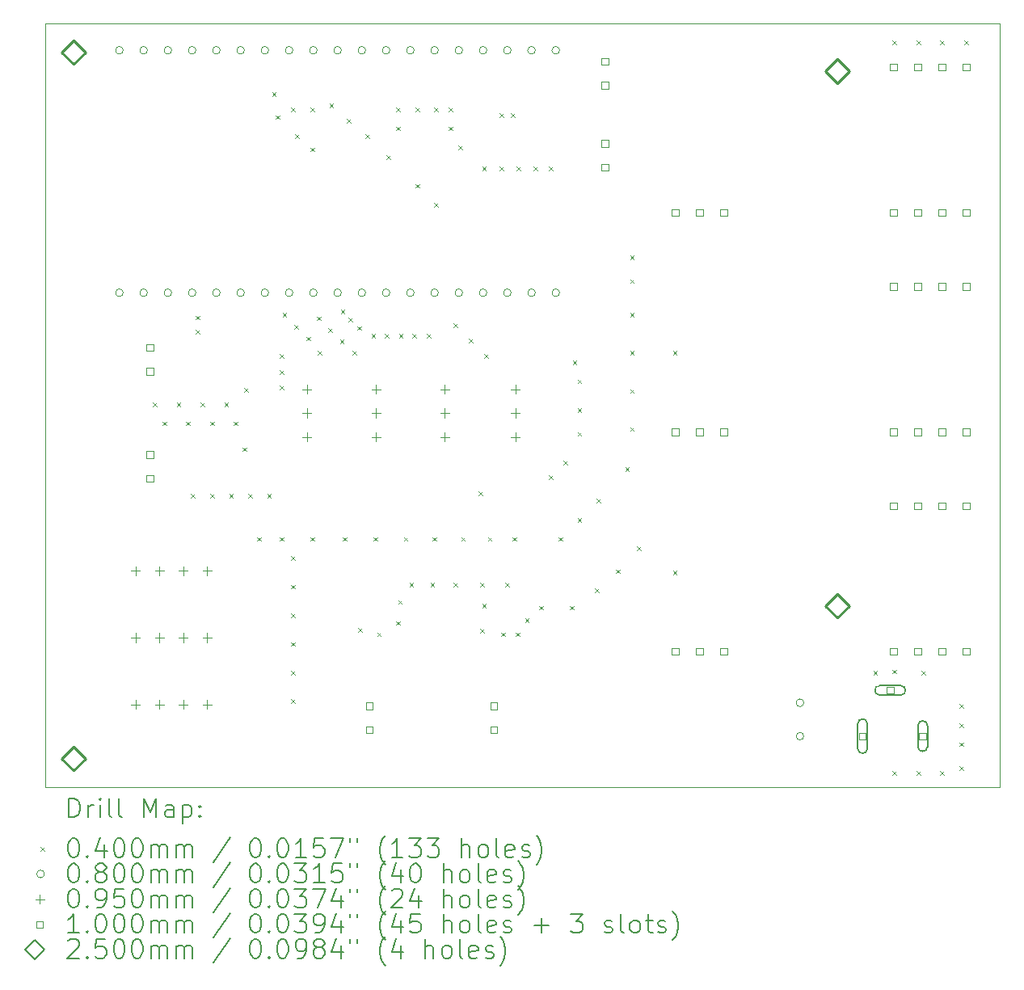
<source format=gbr>
%TF.GenerationSoftware,KiCad,Pcbnew,(6.0.8)*%
%TF.CreationDate,2023-01-08T14:39:54+01:00*%
%TF.ProjectId,MainPCB-Rev2,4d61696e-5043-4422-9d52-6576322e6b69,rev?*%
%TF.SameCoordinates,Original*%
%TF.FileFunction,Drillmap*%
%TF.FilePolarity,Positive*%
%FSLAX45Y45*%
G04 Gerber Fmt 4.5, Leading zero omitted, Abs format (unit mm)*
G04 Created by KiCad (PCBNEW (6.0.8)) date 2023-01-08 14:39:54*
%MOMM*%
%LPD*%
G01*
G04 APERTURE LIST*
%ADD10C,0.100000*%
%ADD11C,0.200000*%
%ADD12C,0.040000*%
%ADD13C,0.080000*%
%ADD14C,0.095000*%
%ADD15C,0.250000*%
G04 APERTURE END LIST*
D10*
X3000000Y-5000000D02*
X13000000Y-5000000D01*
X13000000Y-5000000D02*
X13000000Y-13000000D01*
X13000000Y-13000000D02*
X3000000Y-13000000D01*
X3000000Y-13000000D02*
X3000000Y-5000000D01*
D11*
D12*
X4130000Y-8970000D02*
X4170000Y-9010000D01*
X4170000Y-8970000D02*
X4130000Y-9010000D01*
X4230000Y-9170000D02*
X4270000Y-9210000D01*
X4270000Y-9170000D02*
X4230000Y-9210000D01*
X4380000Y-8970000D02*
X4420000Y-9010000D01*
X4420000Y-8970000D02*
X4380000Y-9010000D01*
X4480000Y-9170000D02*
X4520000Y-9210000D01*
X4520000Y-9170000D02*
X4480000Y-9210000D01*
X4530000Y-9930000D02*
X4570000Y-9970000D01*
X4570000Y-9930000D02*
X4530000Y-9970000D01*
X4580000Y-8060000D02*
X4620000Y-8100000D01*
X4620000Y-8060000D02*
X4580000Y-8100000D01*
X4580000Y-8210000D02*
X4620000Y-8250000D01*
X4620000Y-8210000D02*
X4580000Y-8250000D01*
X4630000Y-8970000D02*
X4670000Y-9010000D01*
X4670000Y-8970000D02*
X4630000Y-9010000D01*
X4730000Y-9170000D02*
X4770000Y-9210000D01*
X4770000Y-9170000D02*
X4730000Y-9210000D01*
X4730000Y-9930000D02*
X4770000Y-9970000D01*
X4770000Y-9930000D02*
X4730000Y-9970000D01*
X4880000Y-8970000D02*
X4920000Y-9010000D01*
X4920000Y-8970000D02*
X4880000Y-9010000D01*
X4930000Y-9930000D02*
X4970000Y-9970000D01*
X4970000Y-9930000D02*
X4930000Y-9970000D01*
X4980000Y-9170000D02*
X5020000Y-9210000D01*
X5020000Y-9170000D02*
X4980000Y-9210000D01*
X5070000Y-9440000D02*
X5110000Y-9480000D01*
X5110000Y-9440000D02*
X5070000Y-9480000D01*
X5090000Y-8820000D02*
X5130000Y-8860000D01*
X5130000Y-8820000D02*
X5090000Y-8860000D01*
X5130000Y-9930000D02*
X5170000Y-9970000D01*
X5170000Y-9930000D02*
X5130000Y-9970000D01*
X5220000Y-10380000D02*
X5260000Y-10420000D01*
X5260000Y-10380000D02*
X5220000Y-10420000D01*
X5330000Y-9930000D02*
X5370000Y-9970000D01*
X5370000Y-9930000D02*
X5330000Y-9970000D01*
X5380000Y-5720000D02*
X5420000Y-5760000D01*
X5420000Y-5720000D02*
X5380000Y-5760000D01*
X5420000Y-5960000D02*
X5460000Y-6000000D01*
X5460000Y-5960000D02*
X5420000Y-6000000D01*
X5460000Y-8460000D02*
X5500000Y-8500000D01*
X5500000Y-8460000D02*
X5460000Y-8500000D01*
X5460000Y-8630000D02*
X5500000Y-8670000D01*
X5500000Y-8630000D02*
X5460000Y-8670000D01*
X5460000Y-8790000D02*
X5500000Y-8830000D01*
X5500000Y-8790000D02*
X5460000Y-8830000D01*
X5460000Y-10380000D02*
X5500000Y-10420000D01*
X5500000Y-10380000D02*
X5460000Y-10420000D01*
X5490000Y-8030000D02*
X5530000Y-8070000D01*
X5530000Y-8030000D02*
X5490000Y-8070000D01*
X5580000Y-5880000D02*
X5620000Y-5920000D01*
X5620000Y-5880000D02*
X5580000Y-5920000D01*
X5580000Y-10580000D02*
X5620000Y-10620000D01*
X5620000Y-10580000D02*
X5580000Y-10620000D01*
X5580000Y-10880000D02*
X5620000Y-10920000D01*
X5620000Y-10880000D02*
X5580000Y-10920000D01*
X5580000Y-11180000D02*
X5620000Y-11220000D01*
X5620000Y-11180000D02*
X5580000Y-11220000D01*
X5580000Y-11480000D02*
X5620000Y-11520000D01*
X5620000Y-11480000D02*
X5580000Y-11520000D01*
X5580000Y-11780000D02*
X5620000Y-11820000D01*
X5620000Y-11780000D02*
X5580000Y-11820000D01*
X5580000Y-12080000D02*
X5620000Y-12120000D01*
X5620000Y-12080000D02*
X5580000Y-12120000D01*
X5610000Y-8160000D02*
X5650000Y-8200000D01*
X5650000Y-8160000D02*
X5610000Y-8200000D01*
X5620000Y-6160000D02*
X5660000Y-6200000D01*
X5660000Y-6160000D02*
X5620000Y-6200000D01*
X5740000Y-8280000D02*
X5780000Y-8320000D01*
X5780000Y-8280000D02*
X5740000Y-8320000D01*
X5780000Y-5880000D02*
X5820000Y-5920000D01*
X5820000Y-5880000D02*
X5780000Y-5920000D01*
X5780000Y-6300000D02*
X5820000Y-6340000D01*
X5820000Y-6300000D02*
X5780000Y-6340000D01*
X5780000Y-10380000D02*
X5820000Y-10420000D01*
X5820000Y-10380000D02*
X5780000Y-10420000D01*
X5850000Y-8070000D02*
X5890000Y-8110000D01*
X5890000Y-8070000D02*
X5850000Y-8110000D01*
X5860000Y-8430000D02*
X5900000Y-8470000D01*
X5900000Y-8430000D02*
X5860000Y-8470000D01*
X5970000Y-8190000D02*
X6010000Y-8230000D01*
X6010000Y-8190000D02*
X5970000Y-8230000D01*
X5980000Y-5840000D02*
X6020000Y-5880000D01*
X6020000Y-5840000D02*
X5980000Y-5880000D01*
X6090000Y-8310000D02*
X6130000Y-8350000D01*
X6130000Y-8310000D02*
X6090000Y-8350000D01*
X6100000Y-8000000D02*
X6140000Y-8040000D01*
X6140000Y-8000000D02*
X6100000Y-8040000D01*
X6120000Y-10380000D02*
X6160000Y-10420000D01*
X6160000Y-10380000D02*
X6120000Y-10420000D01*
X6160000Y-6000000D02*
X6200000Y-6040000D01*
X6200000Y-6000000D02*
X6160000Y-6040000D01*
X6180000Y-8080000D02*
X6220000Y-8120000D01*
X6220000Y-8080000D02*
X6180000Y-8120000D01*
X6220000Y-8430000D02*
X6260000Y-8470000D01*
X6260000Y-8430000D02*
X6220000Y-8470000D01*
X6270000Y-8170000D02*
X6310000Y-8210000D01*
X6310000Y-8170000D02*
X6270000Y-8210000D01*
X6280000Y-11330000D02*
X6320000Y-11370000D01*
X6320000Y-11330000D02*
X6280000Y-11370000D01*
X6360000Y-6160000D02*
X6400000Y-6200000D01*
X6400000Y-6160000D02*
X6360000Y-6200000D01*
X6420000Y-8250000D02*
X6460000Y-8290000D01*
X6460000Y-8250000D02*
X6420000Y-8290000D01*
X6440000Y-10380000D02*
X6480000Y-10420000D01*
X6480000Y-10380000D02*
X6440000Y-10420000D01*
X6480000Y-11380000D02*
X6520000Y-11420000D01*
X6520000Y-11380000D02*
X6480000Y-11420000D01*
X6560000Y-8250000D02*
X6600000Y-8290000D01*
X6600000Y-8250000D02*
X6560000Y-8290000D01*
X6580000Y-6380000D02*
X6620000Y-6420000D01*
X6620000Y-6380000D02*
X6580000Y-6420000D01*
X6680000Y-5880000D02*
X6720000Y-5920000D01*
X6720000Y-5880000D02*
X6680000Y-5920000D01*
X6680000Y-6080000D02*
X6720000Y-6120000D01*
X6720000Y-6080000D02*
X6680000Y-6120000D01*
X6680000Y-11260000D02*
X6720000Y-11300000D01*
X6720000Y-11260000D02*
X6680000Y-11300000D01*
X6700000Y-11040000D02*
X6740000Y-11080000D01*
X6740000Y-11040000D02*
X6700000Y-11080000D01*
X6710000Y-8250000D02*
X6750000Y-8290000D01*
X6750000Y-8250000D02*
X6710000Y-8290000D01*
X6760000Y-10380000D02*
X6800000Y-10420000D01*
X6800000Y-10380000D02*
X6760000Y-10420000D01*
X6820000Y-10860000D02*
X6860000Y-10900000D01*
X6860000Y-10860000D02*
X6820000Y-10900000D01*
X6850000Y-8250000D02*
X6890000Y-8290000D01*
X6890000Y-8250000D02*
X6850000Y-8290000D01*
X6880000Y-5880000D02*
X6920000Y-5920000D01*
X6920000Y-5880000D02*
X6880000Y-5920000D01*
X6880000Y-6680000D02*
X6920000Y-6720000D01*
X6920000Y-6680000D02*
X6880000Y-6720000D01*
X7000000Y-8250000D02*
X7040000Y-8290000D01*
X7040000Y-8250000D02*
X7000000Y-8290000D01*
X7040000Y-10860000D02*
X7080000Y-10900000D01*
X7080000Y-10860000D02*
X7040000Y-10900000D01*
X7060000Y-10380000D02*
X7100000Y-10420000D01*
X7100000Y-10380000D02*
X7060000Y-10420000D01*
X7080000Y-5880000D02*
X7120000Y-5920000D01*
X7120000Y-5880000D02*
X7080000Y-5920000D01*
X7080000Y-6880000D02*
X7120000Y-6920000D01*
X7120000Y-6880000D02*
X7080000Y-6920000D01*
X7230000Y-5880000D02*
X7270000Y-5920000D01*
X7270000Y-5880000D02*
X7230000Y-5920000D01*
X7230000Y-6080000D02*
X7270000Y-6120000D01*
X7270000Y-6080000D02*
X7230000Y-6120000D01*
X7280000Y-8140000D02*
X7320000Y-8180000D01*
X7320000Y-8140000D02*
X7280000Y-8180000D01*
X7280000Y-10860000D02*
X7320000Y-10900000D01*
X7320000Y-10860000D02*
X7280000Y-10900000D01*
X7330000Y-6280000D02*
X7370000Y-6320000D01*
X7370000Y-6280000D02*
X7330000Y-6320000D01*
X7360000Y-10380000D02*
X7400000Y-10420000D01*
X7400000Y-10380000D02*
X7360000Y-10420000D01*
X7440000Y-8300000D02*
X7480000Y-8340000D01*
X7480000Y-8300000D02*
X7440000Y-8340000D01*
X7540000Y-9900000D02*
X7580000Y-9940000D01*
X7580000Y-9900000D02*
X7540000Y-9940000D01*
X7560000Y-10860000D02*
X7600000Y-10900000D01*
X7600000Y-10860000D02*
X7560000Y-10900000D01*
X7560000Y-11340000D02*
X7600000Y-11380000D01*
X7600000Y-11340000D02*
X7560000Y-11380000D01*
X7580000Y-6500000D02*
X7620000Y-6540000D01*
X7620000Y-6500000D02*
X7580000Y-6540000D01*
X7580000Y-11080000D02*
X7620000Y-11120000D01*
X7620000Y-11080000D02*
X7580000Y-11120000D01*
X7600000Y-8460000D02*
X7640000Y-8500000D01*
X7640000Y-8460000D02*
X7600000Y-8500000D01*
X7640000Y-10380000D02*
X7680000Y-10420000D01*
X7680000Y-10380000D02*
X7640000Y-10420000D01*
X7760000Y-5940000D02*
X7800000Y-5980000D01*
X7800000Y-5940000D02*
X7760000Y-5980000D01*
X7760000Y-6500000D02*
X7800000Y-6540000D01*
X7800000Y-6500000D02*
X7760000Y-6540000D01*
X7780000Y-11380000D02*
X7820000Y-11420000D01*
X7820000Y-11380000D02*
X7780000Y-11420000D01*
X7820000Y-10860000D02*
X7860000Y-10900000D01*
X7860000Y-10860000D02*
X7820000Y-10900000D01*
X7880000Y-5940000D02*
X7920000Y-5980000D01*
X7920000Y-5940000D02*
X7880000Y-5980000D01*
X7900000Y-10380000D02*
X7940000Y-10420000D01*
X7940000Y-10380000D02*
X7900000Y-10420000D01*
X7930000Y-11380000D02*
X7970000Y-11420000D01*
X7970000Y-11380000D02*
X7930000Y-11420000D01*
X7940000Y-6500000D02*
X7980000Y-6540000D01*
X7980000Y-6500000D02*
X7940000Y-6540000D01*
X8030000Y-11230000D02*
X8070000Y-11270000D01*
X8070000Y-11230000D02*
X8030000Y-11270000D01*
X8120000Y-6500000D02*
X8160000Y-6540000D01*
X8160000Y-6500000D02*
X8120000Y-6540000D01*
X8180000Y-11100000D02*
X8220000Y-11140000D01*
X8220000Y-11100000D02*
X8180000Y-11140000D01*
X8280000Y-6500000D02*
X8320000Y-6540000D01*
X8320000Y-6500000D02*
X8280000Y-6540000D01*
X8280000Y-9730000D02*
X8320000Y-9770000D01*
X8320000Y-9730000D02*
X8280000Y-9770000D01*
X8380000Y-10380000D02*
X8420000Y-10420000D01*
X8420000Y-10380000D02*
X8380000Y-10420000D01*
X8430000Y-9580000D02*
X8470000Y-9620000D01*
X8470000Y-9580000D02*
X8430000Y-9620000D01*
X8500000Y-11100000D02*
X8540000Y-11140000D01*
X8540000Y-11100000D02*
X8500000Y-11140000D01*
X8530000Y-8530000D02*
X8570000Y-8570000D01*
X8570000Y-8530000D02*
X8530000Y-8570000D01*
X8580000Y-8730000D02*
X8620000Y-8770000D01*
X8620000Y-8730000D02*
X8580000Y-8770000D01*
X8580000Y-9030000D02*
X8620000Y-9070000D01*
X8620000Y-9030000D02*
X8580000Y-9070000D01*
X8580000Y-9280000D02*
X8620000Y-9320000D01*
X8620000Y-9280000D02*
X8580000Y-9320000D01*
X8580000Y-10180000D02*
X8620000Y-10220000D01*
X8620000Y-10180000D02*
X8580000Y-10220000D01*
X8760000Y-10920000D02*
X8800000Y-10960000D01*
X8800000Y-10920000D02*
X8760000Y-10960000D01*
X8780000Y-9980000D02*
X8820000Y-10020000D01*
X8820000Y-9980000D02*
X8780000Y-10020000D01*
X8980000Y-10720000D02*
X9020000Y-10760000D01*
X9020000Y-10720000D02*
X8980000Y-10760000D01*
X9080000Y-9650000D02*
X9120000Y-9690000D01*
X9120000Y-9650000D02*
X9080000Y-9690000D01*
X9130000Y-7430000D02*
X9170000Y-7470000D01*
X9170000Y-7430000D02*
X9130000Y-7470000D01*
X9130000Y-7680000D02*
X9170000Y-7720000D01*
X9170000Y-7680000D02*
X9130000Y-7720000D01*
X9130000Y-8030000D02*
X9170000Y-8070000D01*
X9170000Y-8030000D02*
X9130000Y-8070000D01*
X9130000Y-8430000D02*
X9170000Y-8470000D01*
X9170000Y-8430000D02*
X9130000Y-8470000D01*
X9130000Y-8830000D02*
X9170000Y-8870000D01*
X9170000Y-8830000D02*
X9130000Y-8870000D01*
X9130000Y-9230000D02*
X9170000Y-9270000D01*
X9170000Y-9230000D02*
X9130000Y-9270000D01*
X9200000Y-10480000D02*
X9240000Y-10520000D01*
X9240000Y-10480000D02*
X9200000Y-10520000D01*
X9580000Y-8430000D02*
X9620000Y-8470000D01*
X9620000Y-8430000D02*
X9580000Y-8470000D01*
X9580000Y-10730000D02*
X9620000Y-10770000D01*
X9620000Y-10730000D02*
X9580000Y-10770000D01*
X11680000Y-11780000D02*
X11720000Y-11820000D01*
X11720000Y-11780000D02*
X11680000Y-11820000D01*
X11880000Y-5180000D02*
X11920000Y-5220000D01*
X11920000Y-5180000D02*
X11880000Y-5220000D01*
X11880000Y-11770000D02*
X11920000Y-11810000D01*
X11920000Y-11770000D02*
X11880000Y-11810000D01*
X11880000Y-12830000D02*
X11920000Y-12870000D01*
X11920000Y-12830000D02*
X11880000Y-12870000D01*
X12130000Y-5180000D02*
X12170000Y-5220000D01*
X12170000Y-5180000D02*
X12130000Y-5220000D01*
X12130000Y-12830000D02*
X12170000Y-12870000D01*
X12170000Y-12830000D02*
X12130000Y-12870000D01*
X12180000Y-11780000D02*
X12220000Y-11820000D01*
X12220000Y-11780000D02*
X12180000Y-11820000D01*
X12380000Y-5180000D02*
X12420000Y-5220000D01*
X12420000Y-5180000D02*
X12380000Y-5220000D01*
X12380000Y-12830000D02*
X12420000Y-12870000D01*
X12420000Y-12830000D02*
X12380000Y-12870000D01*
X12580000Y-12130000D02*
X12620000Y-12170000D01*
X12620000Y-12130000D02*
X12580000Y-12170000D01*
X12580000Y-12330000D02*
X12620000Y-12370000D01*
X12620000Y-12330000D02*
X12580000Y-12370000D01*
X12580000Y-12530000D02*
X12620000Y-12570000D01*
X12620000Y-12530000D02*
X12580000Y-12570000D01*
X12580000Y-12780000D02*
X12620000Y-12820000D01*
X12620000Y-12780000D02*
X12580000Y-12820000D01*
X12630000Y-5180000D02*
X12670000Y-5220000D01*
X12670000Y-5180000D02*
X12630000Y-5220000D01*
D13*
X3819656Y-5280000D02*
G75*
G03*
X3819656Y-5280000I-40000J0D01*
G01*
X3819656Y-7820000D02*
G75*
G03*
X3819656Y-7820000I-40000J0D01*
G01*
X4073656Y-5280000D02*
G75*
G03*
X4073656Y-5280000I-40000J0D01*
G01*
X4073656Y-7820000D02*
G75*
G03*
X4073656Y-7820000I-40000J0D01*
G01*
X4327656Y-5280000D02*
G75*
G03*
X4327656Y-5280000I-40000J0D01*
G01*
X4327656Y-7820000D02*
G75*
G03*
X4327656Y-7820000I-40000J0D01*
G01*
X4581656Y-5280000D02*
G75*
G03*
X4581656Y-5280000I-40000J0D01*
G01*
X4581656Y-7820000D02*
G75*
G03*
X4581656Y-7820000I-40000J0D01*
G01*
X4835656Y-5280000D02*
G75*
G03*
X4835656Y-5280000I-40000J0D01*
G01*
X4835656Y-7820000D02*
G75*
G03*
X4835656Y-7820000I-40000J0D01*
G01*
X5089656Y-5280000D02*
G75*
G03*
X5089656Y-5280000I-40000J0D01*
G01*
X5089656Y-7820000D02*
G75*
G03*
X5089656Y-7820000I-40000J0D01*
G01*
X5343656Y-5280000D02*
G75*
G03*
X5343656Y-5280000I-40000J0D01*
G01*
X5343656Y-7820000D02*
G75*
G03*
X5343656Y-7820000I-40000J0D01*
G01*
X5597656Y-5280000D02*
G75*
G03*
X5597656Y-5280000I-40000J0D01*
G01*
X5597656Y-7820000D02*
G75*
G03*
X5597656Y-7820000I-40000J0D01*
G01*
X5851656Y-5280000D02*
G75*
G03*
X5851656Y-5280000I-40000J0D01*
G01*
X5851656Y-7820000D02*
G75*
G03*
X5851656Y-7820000I-40000J0D01*
G01*
X6105656Y-5280000D02*
G75*
G03*
X6105656Y-5280000I-40000J0D01*
G01*
X6105656Y-7820000D02*
G75*
G03*
X6105656Y-7820000I-40000J0D01*
G01*
X6359656Y-5280000D02*
G75*
G03*
X6359656Y-5280000I-40000J0D01*
G01*
X6359656Y-7820000D02*
G75*
G03*
X6359656Y-7820000I-40000J0D01*
G01*
X6613656Y-5280000D02*
G75*
G03*
X6613656Y-5280000I-40000J0D01*
G01*
X6613656Y-7820000D02*
G75*
G03*
X6613656Y-7820000I-40000J0D01*
G01*
X6867656Y-5280000D02*
G75*
G03*
X6867656Y-5280000I-40000J0D01*
G01*
X6867656Y-7820000D02*
G75*
G03*
X6867656Y-7820000I-40000J0D01*
G01*
X7121656Y-5280000D02*
G75*
G03*
X7121656Y-5280000I-40000J0D01*
G01*
X7121656Y-7820000D02*
G75*
G03*
X7121656Y-7820000I-40000J0D01*
G01*
X7375656Y-5280000D02*
G75*
G03*
X7375656Y-5280000I-40000J0D01*
G01*
X7375656Y-7820000D02*
G75*
G03*
X7375656Y-7820000I-40000J0D01*
G01*
X7629656Y-5280000D02*
G75*
G03*
X7629656Y-5280000I-40000J0D01*
G01*
X7629656Y-7820000D02*
G75*
G03*
X7629656Y-7820000I-40000J0D01*
G01*
X7883656Y-5280000D02*
G75*
G03*
X7883656Y-5280000I-40000J0D01*
G01*
X7883656Y-7820000D02*
G75*
G03*
X7883656Y-7820000I-40000J0D01*
G01*
X8137384Y-5280368D02*
G75*
G03*
X8137384Y-5280368I-40000J0D01*
G01*
X8137656Y-7820000D02*
G75*
G03*
X8137656Y-7820000I-40000J0D01*
G01*
X8391384Y-5280368D02*
G75*
G03*
X8391384Y-5280368I-40000J0D01*
G01*
X8391656Y-7820000D02*
G75*
G03*
X8391656Y-7820000I-40000J0D01*
G01*
X10950000Y-12115265D02*
G75*
G03*
X10950000Y-12115265I-40000J0D01*
G01*
X10950000Y-12465265D02*
G75*
G03*
X10950000Y-12465265I-40000J0D01*
G01*
D14*
X3950000Y-10685000D02*
X3950000Y-10780000D01*
X3902500Y-10732500D02*
X3997500Y-10732500D01*
X3950000Y-11385000D02*
X3950000Y-11480000D01*
X3902500Y-11432500D02*
X3997500Y-11432500D01*
X3950000Y-12085000D02*
X3950000Y-12180000D01*
X3902500Y-12132500D02*
X3997500Y-12132500D01*
X4200000Y-10685000D02*
X4200000Y-10780000D01*
X4152500Y-10732500D02*
X4247500Y-10732500D01*
X4200000Y-11385000D02*
X4200000Y-11480000D01*
X4152500Y-11432500D02*
X4247500Y-11432500D01*
X4200000Y-12085000D02*
X4200000Y-12180000D01*
X4152500Y-12132500D02*
X4247500Y-12132500D01*
X4450000Y-10685000D02*
X4450000Y-10780000D01*
X4402500Y-10732500D02*
X4497500Y-10732500D01*
X4450000Y-11385000D02*
X4450000Y-11480000D01*
X4402500Y-11432500D02*
X4497500Y-11432500D01*
X4450000Y-12085000D02*
X4450000Y-12180000D01*
X4402500Y-12132500D02*
X4497500Y-12132500D01*
X4700000Y-10685000D02*
X4700000Y-10780000D01*
X4652500Y-10732500D02*
X4747500Y-10732500D01*
X4700000Y-11385000D02*
X4700000Y-11480000D01*
X4652500Y-11432500D02*
X4747500Y-11432500D01*
X4700000Y-12085000D02*
X4700000Y-12180000D01*
X4652500Y-12132500D02*
X4747500Y-12132500D01*
X5745000Y-8782500D02*
X5745000Y-8877500D01*
X5697500Y-8830000D02*
X5792500Y-8830000D01*
X5745000Y-9032500D02*
X5745000Y-9127500D01*
X5697500Y-9080000D02*
X5792500Y-9080000D01*
X5745000Y-9282500D02*
X5745000Y-9377500D01*
X5697500Y-9330000D02*
X5792500Y-9330000D01*
X6467500Y-8782500D02*
X6467500Y-8877500D01*
X6420000Y-8830000D02*
X6515000Y-8830000D01*
X6467500Y-9032500D02*
X6467500Y-9127500D01*
X6420000Y-9080000D02*
X6515000Y-9080000D01*
X6467500Y-9282500D02*
X6467500Y-9377500D01*
X6420000Y-9330000D02*
X6515000Y-9330000D01*
X7187500Y-8782500D02*
X7187500Y-8877500D01*
X7140000Y-8830000D02*
X7235000Y-8830000D01*
X7187500Y-9032500D02*
X7187500Y-9127500D01*
X7140000Y-9080000D02*
X7235000Y-9080000D01*
X7187500Y-9282500D02*
X7187500Y-9377500D01*
X7140000Y-9330000D02*
X7235000Y-9330000D01*
X7927500Y-8782500D02*
X7927500Y-8877500D01*
X7880000Y-8830000D02*
X7975000Y-8830000D01*
X7927500Y-9032500D02*
X7927500Y-9127500D01*
X7880000Y-9080000D02*
X7975000Y-9080000D01*
X7927500Y-9282500D02*
X7927500Y-9377500D01*
X7880000Y-9330000D02*
X7975000Y-9330000D01*
D10*
X4135356Y-8430356D02*
X4135356Y-8359644D01*
X4064644Y-8359644D01*
X4064644Y-8430356D01*
X4135356Y-8430356D01*
X4135356Y-8680356D02*
X4135356Y-8609644D01*
X4064644Y-8609644D01*
X4064644Y-8680356D01*
X4135356Y-8680356D01*
X4135356Y-9550356D02*
X4135356Y-9479644D01*
X4064644Y-9479644D01*
X4064644Y-9550356D01*
X4135356Y-9550356D01*
X4135356Y-9800356D02*
X4135356Y-9729644D01*
X4064644Y-9729644D01*
X4064644Y-9800356D01*
X4135356Y-9800356D01*
X6435356Y-12185356D02*
X6435356Y-12114644D01*
X6364644Y-12114644D01*
X6364644Y-12185356D01*
X6435356Y-12185356D01*
X6435356Y-12435356D02*
X6435356Y-12364644D01*
X6364644Y-12364644D01*
X6364644Y-12435356D01*
X6435356Y-12435356D01*
X7735356Y-12185356D02*
X7735356Y-12114644D01*
X7664644Y-12114644D01*
X7664644Y-12185356D01*
X7735356Y-12185356D01*
X7735356Y-12435356D02*
X7735356Y-12364644D01*
X7664644Y-12364644D01*
X7664644Y-12435356D01*
X7735356Y-12435356D01*
X8902856Y-5430356D02*
X8902856Y-5359644D01*
X8832144Y-5359644D01*
X8832144Y-5430356D01*
X8902856Y-5430356D01*
X8902856Y-5680356D02*
X8902856Y-5609644D01*
X8832144Y-5609644D01*
X8832144Y-5680356D01*
X8902856Y-5680356D01*
X8902856Y-6290356D02*
X8902856Y-6219644D01*
X8832144Y-6219644D01*
X8832144Y-6290356D01*
X8902856Y-6290356D01*
X8902856Y-6540356D02*
X8902856Y-6469644D01*
X8832144Y-6469644D01*
X8832144Y-6540356D01*
X8902856Y-6540356D01*
X9639356Y-7013356D02*
X9639356Y-6942644D01*
X9568644Y-6942644D01*
X9568644Y-7013356D01*
X9639356Y-7013356D01*
X9639356Y-9313356D02*
X9639356Y-9242644D01*
X9568644Y-9242644D01*
X9568644Y-9313356D01*
X9639356Y-9313356D01*
X9639356Y-11613356D02*
X9639356Y-11542644D01*
X9568644Y-11542644D01*
X9568644Y-11613356D01*
X9639356Y-11613356D01*
X9893356Y-7013356D02*
X9893356Y-6942644D01*
X9822644Y-6942644D01*
X9822644Y-7013356D01*
X9893356Y-7013356D01*
X9893356Y-9313356D02*
X9893356Y-9242644D01*
X9822644Y-9242644D01*
X9822644Y-9313356D01*
X9893356Y-9313356D01*
X9893356Y-11613356D02*
X9893356Y-11542644D01*
X9822644Y-11542644D01*
X9822644Y-11613356D01*
X9893356Y-11613356D01*
X10147356Y-7013356D02*
X10147356Y-6942644D01*
X10076644Y-6942644D01*
X10076644Y-7013356D01*
X10147356Y-7013356D01*
X10147356Y-9313356D02*
X10147356Y-9242644D01*
X10076644Y-9242644D01*
X10076644Y-9313356D01*
X10147356Y-9313356D01*
X10147356Y-11613356D02*
X10147356Y-11542644D01*
X10076644Y-11542644D01*
X10076644Y-11613356D01*
X10147356Y-11613356D01*
X11600356Y-12500356D02*
X11600356Y-12429644D01*
X11529644Y-12429644D01*
X11529644Y-12500356D01*
X11600356Y-12500356D01*
D11*
X11615000Y-12595000D02*
X11615000Y-12335000D01*
X11515000Y-12595000D02*
X11515000Y-12335000D01*
X11615000Y-12335000D02*
G75*
G03*
X11515000Y-12335000I-50000J0D01*
G01*
X11515000Y-12595000D02*
G75*
G03*
X11615000Y-12595000I50000J0D01*
G01*
D10*
X11890356Y-12020356D02*
X11890356Y-11949644D01*
X11819644Y-11949644D01*
X11819644Y-12020356D01*
X11890356Y-12020356D01*
D11*
X11745000Y-12035000D02*
X11965000Y-12035000D01*
X11745000Y-11935000D02*
X11965000Y-11935000D01*
X11965000Y-12035000D02*
G75*
G03*
X11965000Y-11935000I0J50000D01*
G01*
X11745000Y-11935000D02*
G75*
G03*
X11745000Y-12035000I0J-50000D01*
G01*
D10*
X11925356Y-5489356D02*
X11925356Y-5418644D01*
X11854644Y-5418644D01*
X11854644Y-5489356D01*
X11925356Y-5489356D01*
X11925356Y-7013356D02*
X11925356Y-6942644D01*
X11854644Y-6942644D01*
X11854644Y-7013356D01*
X11925356Y-7013356D01*
X11925356Y-7789356D02*
X11925356Y-7718644D01*
X11854644Y-7718644D01*
X11854644Y-7789356D01*
X11925356Y-7789356D01*
X11925356Y-9313356D02*
X11925356Y-9242644D01*
X11854644Y-9242644D01*
X11854644Y-9313356D01*
X11925356Y-9313356D01*
X11925356Y-10089356D02*
X11925356Y-10018644D01*
X11854644Y-10018644D01*
X11854644Y-10089356D01*
X11925356Y-10089356D01*
X11925356Y-11613356D02*
X11925356Y-11542644D01*
X11854644Y-11542644D01*
X11854644Y-11613356D01*
X11925356Y-11613356D01*
X12179356Y-5489356D02*
X12179356Y-5418644D01*
X12108644Y-5418644D01*
X12108644Y-5489356D01*
X12179356Y-5489356D01*
X12179356Y-7013356D02*
X12179356Y-6942644D01*
X12108644Y-6942644D01*
X12108644Y-7013356D01*
X12179356Y-7013356D01*
X12179356Y-7789356D02*
X12179356Y-7718644D01*
X12108644Y-7718644D01*
X12108644Y-7789356D01*
X12179356Y-7789356D01*
X12179356Y-9313356D02*
X12179356Y-9242644D01*
X12108644Y-9242644D01*
X12108644Y-9313356D01*
X12179356Y-9313356D01*
X12179356Y-10089356D02*
X12179356Y-10018644D01*
X12108644Y-10018644D01*
X12108644Y-10089356D01*
X12179356Y-10089356D01*
X12179356Y-11613356D02*
X12179356Y-11542644D01*
X12108644Y-11542644D01*
X12108644Y-11613356D01*
X12179356Y-11613356D01*
X12230356Y-12500356D02*
X12230356Y-12429644D01*
X12159644Y-12429644D01*
X12159644Y-12500356D01*
X12230356Y-12500356D01*
D11*
X12245000Y-12575000D02*
X12245000Y-12355000D01*
X12145000Y-12575000D02*
X12145000Y-12355000D01*
X12245000Y-12355000D02*
G75*
G03*
X12145000Y-12355000I-50000J0D01*
G01*
X12145000Y-12575000D02*
G75*
G03*
X12245000Y-12575000I50000J0D01*
G01*
D10*
X12433356Y-5489356D02*
X12433356Y-5418644D01*
X12362644Y-5418644D01*
X12362644Y-5489356D01*
X12433356Y-5489356D01*
X12433356Y-7013356D02*
X12433356Y-6942644D01*
X12362644Y-6942644D01*
X12362644Y-7013356D01*
X12433356Y-7013356D01*
X12433356Y-7789356D02*
X12433356Y-7718644D01*
X12362644Y-7718644D01*
X12362644Y-7789356D01*
X12433356Y-7789356D01*
X12433356Y-9313356D02*
X12433356Y-9242644D01*
X12362644Y-9242644D01*
X12362644Y-9313356D01*
X12433356Y-9313356D01*
X12433356Y-10089356D02*
X12433356Y-10018644D01*
X12362644Y-10018644D01*
X12362644Y-10089356D01*
X12433356Y-10089356D01*
X12433356Y-11613356D02*
X12433356Y-11542644D01*
X12362644Y-11542644D01*
X12362644Y-11613356D01*
X12433356Y-11613356D01*
X12687356Y-5489356D02*
X12687356Y-5418644D01*
X12616644Y-5418644D01*
X12616644Y-5489356D01*
X12687356Y-5489356D01*
X12687356Y-7013356D02*
X12687356Y-6942644D01*
X12616644Y-6942644D01*
X12616644Y-7013356D01*
X12687356Y-7013356D01*
X12687356Y-7789356D02*
X12687356Y-7718644D01*
X12616644Y-7718644D01*
X12616644Y-7789356D01*
X12687356Y-7789356D01*
X12687356Y-9313356D02*
X12687356Y-9242644D01*
X12616644Y-9242644D01*
X12616644Y-9313356D01*
X12687356Y-9313356D01*
X12687356Y-10089356D02*
X12687356Y-10018644D01*
X12616644Y-10018644D01*
X12616644Y-10089356D01*
X12687356Y-10089356D01*
X12687356Y-11613356D02*
X12687356Y-11542644D01*
X12616644Y-11542644D01*
X12616644Y-11613356D01*
X12687356Y-11613356D01*
D15*
X3300000Y-5425000D02*
X3425000Y-5300000D01*
X3300000Y-5175000D01*
X3175000Y-5300000D01*
X3300000Y-5425000D01*
X3300000Y-12825000D02*
X3425000Y-12700000D01*
X3300000Y-12575000D01*
X3175000Y-12700000D01*
X3300000Y-12825000D01*
X11300000Y-5625000D02*
X11425000Y-5500000D01*
X11300000Y-5375000D01*
X11175000Y-5500000D01*
X11300000Y-5625000D01*
X11300000Y-11225000D02*
X11425000Y-11100000D01*
X11300000Y-10975000D01*
X11175000Y-11100000D01*
X11300000Y-11225000D01*
D11*
X3252619Y-13315476D02*
X3252619Y-13115476D01*
X3300238Y-13115476D01*
X3328809Y-13125000D01*
X3347857Y-13144048D01*
X3357381Y-13163095D01*
X3366905Y-13201190D01*
X3366905Y-13229762D01*
X3357381Y-13267857D01*
X3347857Y-13286905D01*
X3328809Y-13305952D01*
X3300238Y-13315476D01*
X3252619Y-13315476D01*
X3452619Y-13315476D02*
X3452619Y-13182143D01*
X3452619Y-13220238D02*
X3462143Y-13201190D01*
X3471667Y-13191667D01*
X3490714Y-13182143D01*
X3509762Y-13182143D01*
X3576428Y-13315476D02*
X3576428Y-13182143D01*
X3576428Y-13115476D02*
X3566905Y-13125000D01*
X3576428Y-13134524D01*
X3585952Y-13125000D01*
X3576428Y-13115476D01*
X3576428Y-13134524D01*
X3700238Y-13315476D02*
X3681190Y-13305952D01*
X3671667Y-13286905D01*
X3671667Y-13115476D01*
X3805000Y-13315476D02*
X3785952Y-13305952D01*
X3776428Y-13286905D01*
X3776428Y-13115476D01*
X4033571Y-13315476D02*
X4033571Y-13115476D01*
X4100238Y-13258333D01*
X4166905Y-13115476D01*
X4166905Y-13315476D01*
X4347857Y-13315476D02*
X4347857Y-13210714D01*
X4338333Y-13191667D01*
X4319286Y-13182143D01*
X4281190Y-13182143D01*
X4262143Y-13191667D01*
X4347857Y-13305952D02*
X4328810Y-13315476D01*
X4281190Y-13315476D01*
X4262143Y-13305952D01*
X4252619Y-13286905D01*
X4252619Y-13267857D01*
X4262143Y-13248809D01*
X4281190Y-13239286D01*
X4328810Y-13239286D01*
X4347857Y-13229762D01*
X4443095Y-13182143D02*
X4443095Y-13382143D01*
X4443095Y-13191667D02*
X4462143Y-13182143D01*
X4500238Y-13182143D01*
X4519286Y-13191667D01*
X4528810Y-13201190D01*
X4538333Y-13220238D01*
X4538333Y-13277381D01*
X4528810Y-13296428D01*
X4519286Y-13305952D01*
X4500238Y-13315476D01*
X4462143Y-13315476D01*
X4443095Y-13305952D01*
X4624048Y-13296428D02*
X4633571Y-13305952D01*
X4624048Y-13315476D01*
X4614524Y-13305952D01*
X4624048Y-13296428D01*
X4624048Y-13315476D01*
X4624048Y-13191667D02*
X4633571Y-13201190D01*
X4624048Y-13210714D01*
X4614524Y-13201190D01*
X4624048Y-13191667D01*
X4624048Y-13210714D01*
D12*
X2955000Y-13625000D02*
X2995000Y-13665000D01*
X2995000Y-13625000D02*
X2955000Y-13665000D01*
D11*
X3290714Y-13535476D02*
X3309762Y-13535476D01*
X3328809Y-13545000D01*
X3338333Y-13554524D01*
X3347857Y-13573571D01*
X3357381Y-13611667D01*
X3357381Y-13659286D01*
X3347857Y-13697381D01*
X3338333Y-13716428D01*
X3328809Y-13725952D01*
X3309762Y-13735476D01*
X3290714Y-13735476D01*
X3271667Y-13725952D01*
X3262143Y-13716428D01*
X3252619Y-13697381D01*
X3243095Y-13659286D01*
X3243095Y-13611667D01*
X3252619Y-13573571D01*
X3262143Y-13554524D01*
X3271667Y-13545000D01*
X3290714Y-13535476D01*
X3443095Y-13716428D02*
X3452619Y-13725952D01*
X3443095Y-13735476D01*
X3433571Y-13725952D01*
X3443095Y-13716428D01*
X3443095Y-13735476D01*
X3624048Y-13602143D02*
X3624048Y-13735476D01*
X3576428Y-13525952D02*
X3528809Y-13668809D01*
X3652619Y-13668809D01*
X3766905Y-13535476D02*
X3785952Y-13535476D01*
X3805000Y-13545000D01*
X3814524Y-13554524D01*
X3824048Y-13573571D01*
X3833571Y-13611667D01*
X3833571Y-13659286D01*
X3824048Y-13697381D01*
X3814524Y-13716428D01*
X3805000Y-13725952D01*
X3785952Y-13735476D01*
X3766905Y-13735476D01*
X3747857Y-13725952D01*
X3738333Y-13716428D01*
X3728809Y-13697381D01*
X3719286Y-13659286D01*
X3719286Y-13611667D01*
X3728809Y-13573571D01*
X3738333Y-13554524D01*
X3747857Y-13545000D01*
X3766905Y-13535476D01*
X3957381Y-13535476D02*
X3976428Y-13535476D01*
X3995476Y-13545000D01*
X4005000Y-13554524D01*
X4014524Y-13573571D01*
X4024048Y-13611667D01*
X4024048Y-13659286D01*
X4014524Y-13697381D01*
X4005000Y-13716428D01*
X3995476Y-13725952D01*
X3976428Y-13735476D01*
X3957381Y-13735476D01*
X3938333Y-13725952D01*
X3928809Y-13716428D01*
X3919286Y-13697381D01*
X3909762Y-13659286D01*
X3909762Y-13611667D01*
X3919286Y-13573571D01*
X3928809Y-13554524D01*
X3938333Y-13545000D01*
X3957381Y-13535476D01*
X4109762Y-13735476D02*
X4109762Y-13602143D01*
X4109762Y-13621190D02*
X4119286Y-13611667D01*
X4138333Y-13602143D01*
X4166905Y-13602143D01*
X4185952Y-13611667D01*
X4195476Y-13630714D01*
X4195476Y-13735476D01*
X4195476Y-13630714D02*
X4205000Y-13611667D01*
X4224048Y-13602143D01*
X4252619Y-13602143D01*
X4271667Y-13611667D01*
X4281190Y-13630714D01*
X4281190Y-13735476D01*
X4376429Y-13735476D02*
X4376429Y-13602143D01*
X4376429Y-13621190D02*
X4385952Y-13611667D01*
X4405000Y-13602143D01*
X4433571Y-13602143D01*
X4452619Y-13611667D01*
X4462143Y-13630714D01*
X4462143Y-13735476D01*
X4462143Y-13630714D02*
X4471667Y-13611667D01*
X4490714Y-13602143D01*
X4519286Y-13602143D01*
X4538333Y-13611667D01*
X4547857Y-13630714D01*
X4547857Y-13735476D01*
X4938333Y-13525952D02*
X4766905Y-13783095D01*
X5195476Y-13535476D02*
X5214524Y-13535476D01*
X5233571Y-13545000D01*
X5243095Y-13554524D01*
X5252619Y-13573571D01*
X5262143Y-13611667D01*
X5262143Y-13659286D01*
X5252619Y-13697381D01*
X5243095Y-13716428D01*
X5233571Y-13725952D01*
X5214524Y-13735476D01*
X5195476Y-13735476D01*
X5176429Y-13725952D01*
X5166905Y-13716428D01*
X5157381Y-13697381D01*
X5147857Y-13659286D01*
X5147857Y-13611667D01*
X5157381Y-13573571D01*
X5166905Y-13554524D01*
X5176429Y-13545000D01*
X5195476Y-13535476D01*
X5347857Y-13716428D02*
X5357381Y-13725952D01*
X5347857Y-13735476D01*
X5338333Y-13725952D01*
X5347857Y-13716428D01*
X5347857Y-13735476D01*
X5481190Y-13535476D02*
X5500238Y-13535476D01*
X5519286Y-13545000D01*
X5528810Y-13554524D01*
X5538333Y-13573571D01*
X5547857Y-13611667D01*
X5547857Y-13659286D01*
X5538333Y-13697381D01*
X5528810Y-13716428D01*
X5519286Y-13725952D01*
X5500238Y-13735476D01*
X5481190Y-13735476D01*
X5462143Y-13725952D01*
X5452619Y-13716428D01*
X5443095Y-13697381D01*
X5433571Y-13659286D01*
X5433571Y-13611667D01*
X5443095Y-13573571D01*
X5452619Y-13554524D01*
X5462143Y-13545000D01*
X5481190Y-13535476D01*
X5738333Y-13735476D02*
X5624048Y-13735476D01*
X5681190Y-13735476D02*
X5681190Y-13535476D01*
X5662143Y-13564048D01*
X5643095Y-13583095D01*
X5624048Y-13592619D01*
X5919286Y-13535476D02*
X5824048Y-13535476D01*
X5814524Y-13630714D01*
X5824048Y-13621190D01*
X5843095Y-13611667D01*
X5890714Y-13611667D01*
X5909762Y-13621190D01*
X5919286Y-13630714D01*
X5928809Y-13649762D01*
X5928809Y-13697381D01*
X5919286Y-13716428D01*
X5909762Y-13725952D01*
X5890714Y-13735476D01*
X5843095Y-13735476D01*
X5824048Y-13725952D01*
X5814524Y-13716428D01*
X5995476Y-13535476D02*
X6128809Y-13535476D01*
X6043095Y-13735476D01*
X6195476Y-13535476D02*
X6195476Y-13573571D01*
X6271667Y-13535476D02*
X6271667Y-13573571D01*
X6566905Y-13811667D02*
X6557381Y-13802143D01*
X6538333Y-13773571D01*
X6528809Y-13754524D01*
X6519286Y-13725952D01*
X6509762Y-13678333D01*
X6509762Y-13640238D01*
X6519286Y-13592619D01*
X6528809Y-13564048D01*
X6538333Y-13545000D01*
X6557381Y-13516428D01*
X6566905Y-13506905D01*
X6747857Y-13735476D02*
X6633571Y-13735476D01*
X6690714Y-13735476D02*
X6690714Y-13535476D01*
X6671667Y-13564048D01*
X6652619Y-13583095D01*
X6633571Y-13592619D01*
X6814524Y-13535476D02*
X6938333Y-13535476D01*
X6871667Y-13611667D01*
X6900238Y-13611667D01*
X6919286Y-13621190D01*
X6928809Y-13630714D01*
X6938333Y-13649762D01*
X6938333Y-13697381D01*
X6928809Y-13716428D01*
X6919286Y-13725952D01*
X6900238Y-13735476D01*
X6843095Y-13735476D01*
X6824048Y-13725952D01*
X6814524Y-13716428D01*
X7005000Y-13535476D02*
X7128809Y-13535476D01*
X7062143Y-13611667D01*
X7090714Y-13611667D01*
X7109762Y-13621190D01*
X7119286Y-13630714D01*
X7128809Y-13649762D01*
X7128809Y-13697381D01*
X7119286Y-13716428D01*
X7109762Y-13725952D01*
X7090714Y-13735476D01*
X7033571Y-13735476D01*
X7014524Y-13725952D01*
X7005000Y-13716428D01*
X7366905Y-13735476D02*
X7366905Y-13535476D01*
X7452619Y-13735476D02*
X7452619Y-13630714D01*
X7443095Y-13611667D01*
X7424048Y-13602143D01*
X7395476Y-13602143D01*
X7376428Y-13611667D01*
X7366905Y-13621190D01*
X7576428Y-13735476D02*
X7557381Y-13725952D01*
X7547857Y-13716428D01*
X7538333Y-13697381D01*
X7538333Y-13640238D01*
X7547857Y-13621190D01*
X7557381Y-13611667D01*
X7576428Y-13602143D01*
X7605000Y-13602143D01*
X7624048Y-13611667D01*
X7633571Y-13621190D01*
X7643095Y-13640238D01*
X7643095Y-13697381D01*
X7633571Y-13716428D01*
X7624048Y-13725952D01*
X7605000Y-13735476D01*
X7576428Y-13735476D01*
X7757381Y-13735476D02*
X7738333Y-13725952D01*
X7728809Y-13706905D01*
X7728809Y-13535476D01*
X7909762Y-13725952D02*
X7890714Y-13735476D01*
X7852619Y-13735476D01*
X7833571Y-13725952D01*
X7824048Y-13706905D01*
X7824048Y-13630714D01*
X7833571Y-13611667D01*
X7852619Y-13602143D01*
X7890714Y-13602143D01*
X7909762Y-13611667D01*
X7919286Y-13630714D01*
X7919286Y-13649762D01*
X7824048Y-13668809D01*
X7995476Y-13725952D02*
X8014524Y-13735476D01*
X8052619Y-13735476D01*
X8071667Y-13725952D01*
X8081190Y-13706905D01*
X8081190Y-13697381D01*
X8071667Y-13678333D01*
X8052619Y-13668809D01*
X8024048Y-13668809D01*
X8005000Y-13659286D01*
X7995476Y-13640238D01*
X7995476Y-13630714D01*
X8005000Y-13611667D01*
X8024048Y-13602143D01*
X8052619Y-13602143D01*
X8071667Y-13611667D01*
X8147857Y-13811667D02*
X8157381Y-13802143D01*
X8176428Y-13773571D01*
X8185952Y-13754524D01*
X8195476Y-13725952D01*
X8205000Y-13678333D01*
X8205000Y-13640238D01*
X8195476Y-13592619D01*
X8185952Y-13564048D01*
X8176428Y-13545000D01*
X8157381Y-13516428D01*
X8147857Y-13506905D01*
D13*
X2995000Y-13909000D02*
G75*
G03*
X2995000Y-13909000I-40000J0D01*
G01*
D11*
X3290714Y-13799476D02*
X3309762Y-13799476D01*
X3328809Y-13809000D01*
X3338333Y-13818524D01*
X3347857Y-13837571D01*
X3357381Y-13875667D01*
X3357381Y-13923286D01*
X3347857Y-13961381D01*
X3338333Y-13980428D01*
X3328809Y-13989952D01*
X3309762Y-13999476D01*
X3290714Y-13999476D01*
X3271667Y-13989952D01*
X3262143Y-13980428D01*
X3252619Y-13961381D01*
X3243095Y-13923286D01*
X3243095Y-13875667D01*
X3252619Y-13837571D01*
X3262143Y-13818524D01*
X3271667Y-13809000D01*
X3290714Y-13799476D01*
X3443095Y-13980428D02*
X3452619Y-13989952D01*
X3443095Y-13999476D01*
X3433571Y-13989952D01*
X3443095Y-13980428D01*
X3443095Y-13999476D01*
X3566905Y-13885190D02*
X3547857Y-13875667D01*
X3538333Y-13866143D01*
X3528809Y-13847095D01*
X3528809Y-13837571D01*
X3538333Y-13818524D01*
X3547857Y-13809000D01*
X3566905Y-13799476D01*
X3605000Y-13799476D01*
X3624048Y-13809000D01*
X3633571Y-13818524D01*
X3643095Y-13837571D01*
X3643095Y-13847095D01*
X3633571Y-13866143D01*
X3624048Y-13875667D01*
X3605000Y-13885190D01*
X3566905Y-13885190D01*
X3547857Y-13894714D01*
X3538333Y-13904238D01*
X3528809Y-13923286D01*
X3528809Y-13961381D01*
X3538333Y-13980428D01*
X3547857Y-13989952D01*
X3566905Y-13999476D01*
X3605000Y-13999476D01*
X3624048Y-13989952D01*
X3633571Y-13980428D01*
X3643095Y-13961381D01*
X3643095Y-13923286D01*
X3633571Y-13904238D01*
X3624048Y-13894714D01*
X3605000Y-13885190D01*
X3766905Y-13799476D02*
X3785952Y-13799476D01*
X3805000Y-13809000D01*
X3814524Y-13818524D01*
X3824048Y-13837571D01*
X3833571Y-13875667D01*
X3833571Y-13923286D01*
X3824048Y-13961381D01*
X3814524Y-13980428D01*
X3805000Y-13989952D01*
X3785952Y-13999476D01*
X3766905Y-13999476D01*
X3747857Y-13989952D01*
X3738333Y-13980428D01*
X3728809Y-13961381D01*
X3719286Y-13923286D01*
X3719286Y-13875667D01*
X3728809Y-13837571D01*
X3738333Y-13818524D01*
X3747857Y-13809000D01*
X3766905Y-13799476D01*
X3957381Y-13799476D02*
X3976428Y-13799476D01*
X3995476Y-13809000D01*
X4005000Y-13818524D01*
X4014524Y-13837571D01*
X4024048Y-13875667D01*
X4024048Y-13923286D01*
X4014524Y-13961381D01*
X4005000Y-13980428D01*
X3995476Y-13989952D01*
X3976428Y-13999476D01*
X3957381Y-13999476D01*
X3938333Y-13989952D01*
X3928809Y-13980428D01*
X3919286Y-13961381D01*
X3909762Y-13923286D01*
X3909762Y-13875667D01*
X3919286Y-13837571D01*
X3928809Y-13818524D01*
X3938333Y-13809000D01*
X3957381Y-13799476D01*
X4109762Y-13999476D02*
X4109762Y-13866143D01*
X4109762Y-13885190D02*
X4119286Y-13875667D01*
X4138333Y-13866143D01*
X4166905Y-13866143D01*
X4185952Y-13875667D01*
X4195476Y-13894714D01*
X4195476Y-13999476D01*
X4195476Y-13894714D02*
X4205000Y-13875667D01*
X4224048Y-13866143D01*
X4252619Y-13866143D01*
X4271667Y-13875667D01*
X4281190Y-13894714D01*
X4281190Y-13999476D01*
X4376429Y-13999476D02*
X4376429Y-13866143D01*
X4376429Y-13885190D02*
X4385952Y-13875667D01*
X4405000Y-13866143D01*
X4433571Y-13866143D01*
X4452619Y-13875667D01*
X4462143Y-13894714D01*
X4462143Y-13999476D01*
X4462143Y-13894714D02*
X4471667Y-13875667D01*
X4490714Y-13866143D01*
X4519286Y-13866143D01*
X4538333Y-13875667D01*
X4547857Y-13894714D01*
X4547857Y-13999476D01*
X4938333Y-13789952D02*
X4766905Y-14047095D01*
X5195476Y-13799476D02*
X5214524Y-13799476D01*
X5233571Y-13809000D01*
X5243095Y-13818524D01*
X5252619Y-13837571D01*
X5262143Y-13875667D01*
X5262143Y-13923286D01*
X5252619Y-13961381D01*
X5243095Y-13980428D01*
X5233571Y-13989952D01*
X5214524Y-13999476D01*
X5195476Y-13999476D01*
X5176429Y-13989952D01*
X5166905Y-13980428D01*
X5157381Y-13961381D01*
X5147857Y-13923286D01*
X5147857Y-13875667D01*
X5157381Y-13837571D01*
X5166905Y-13818524D01*
X5176429Y-13809000D01*
X5195476Y-13799476D01*
X5347857Y-13980428D02*
X5357381Y-13989952D01*
X5347857Y-13999476D01*
X5338333Y-13989952D01*
X5347857Y-13980428D01*
X5347857Y-13999476D01*
X5481190Y-13799476D02*
X5500238Y-13799476D01*
X5519286Y-13809000D01*
X5528810Y-13818524D01*
X5538333Y-13837571D01*
X5547857Y-13875667D01*
X5547857Y-13923286D01*
X5538333Y-13961381D01*
X5528810Y-13980428D01*
X5519286Y-13989952D01*
X5500238Y-13999476D01*
X5481190Y-13999476D01*
X5462143Y-13989952D01*
X5452619Y-13980428D01*
X5443095Y-13961381D01*
X5433571Y-13923286D01*
X5433571Y-13875667D01*
X5443095Y-13837571D01*
X5452619Y-13818524D01*
X5462143Y-13809000D01*
X5481190Y-13799476D01*
X5614524Y-13799476D02*
X5738333Y-13799476D01*
X5671667Y-13875667D01*
X5700238Y-13875667D01*
X5719286Y-13885190D01*
X5728809Y-13894714D01*
X5738333Y-13913762D01*
X5738333Y-13961381D01*
X5728809Y-13980428D01*
X5719286Y-13989952D01*
X5700238Y-13999476D01*
X5643095Y-13999476D01*
X5624048Y-13989952D01*
X5614524Y-13980428D01*
X5928809Y-13999476D02*
X5814524Y-13999476D01*
X5871667Y-13999476D02*
X5871667Y-13799476D01*
X5852619Y-13828048D01*
X5833571Y-13847095D01*
X5814524Y-13856619D01*
X6109762Y-13799476D02*
X6014524Y-13799476D01*
X6005000Y-13894714D01*
X6014524Y-13885190D01*
X6033571Y-13875667D01*
X6081190Y-13875667D01*
X6100238Y-13885190D01*
X6109762Y-13894714D01*
X6119286Y-13913762D01*
X6119286Y-13961381D01*
X6109762Y-13980428D01*
X6100238Y-13989952D01*
X6081190Y-13999476D01*
X6033571Y-13999476D01*
X6014524Y-13989952D01*
X6005000Y-13980428D01*
X6195476Y-13799476D02*
X6195476Y-13837571D01*
X6271667Y-13799476D02*
X6271667Y-13837571D01*
X6566905Y-14075667D02*
X6557381Y-14066143D01*
X6538333Y-14037571D01*
X6528809Y-14018524D01*
X6519286Y-13989952D01*
X6509762Y-13942333D01*
X6509762Y-13904238D01*
X6519286Y-13856619D01*
X6528809Y-13828048D01*
X6538333Y-13809000D01*
X6557381Y-13780428D01*
X6566905Y-13770905D01*
X6728809Y-13866143D02*
X6728809Y-13999476D01*
X6681190Y-13789952D02*
X6633571Y-13932809D01*
X6757381Y-13932809D01*
X6871667Y-13799476D02*
X6890714Y-13799476D01*
X6909762Y-13809000D01*
X6919286Y-13818524D01*
X6928809Y-13837571D01*
X6938333Y-13875667D01*
X6938333Y-13923286D01*
X6928809Y-13961381D01*
X6919286Y-13980428D01*
X6909762Y-13989952D01*
X6890714Y-13999476D01*
X6871667Y-13999476D01*
X6852619Y-13989952D01*
X6843095Y-13980428D01*
X6833571Y-13961381D01*
X6824048Y-13923286D01*
X6824048Y-13875667D01*
X6833571Y-13837571D01*
X6843095Y-13818524D01*
X6852619Y-13809000D01*
X6871667Y-13799476D01*
X7176428Y-13999476D02*
X7176428Y-13799476D01*
X7262143Y-13999476D02*
X7262143Y-13894714D01*
X7252619Y-13875667D01*
X7233571Y-13866143D01*
X7205000Y-13866143D01*
X7185952Y-13875667D01*
X7176428Y-13885190D01*
X7385952Y-13999476D02*
X7366905Y-13989952D01*
X7357381Y-13980428D01*
X7347857Y-13961381D01*
X7347857Y-13904238D01*
X7357381Y-13885190D01*
X7366905Y-13875667D01*
X7385952Y-13866143D01*
X7414524Y-13866143D01*
X7433571Y-13875667D01*
X7443095Y-13885190D01*
X7452619Y-13904238D01*
X7452619Y-13961381D01*
X7443095Y-13980428D01*
X7433571Y-13989952D01*
X7414524Y-13999476D01*
X7385952Y-13999476D01*
X7566905Y-13999476D02*
X7547857Y-13989952D01*
X7538333Y-13970905D01*
X7538333Y-13799476D01*
X7719286Y-13989952D02*
X7700238Y-13999476D01*
X7662143Y-13999476D01*
X7643095Y-13989952D01*
X7633571Y-13970905D01*
X7633571Y-13894714D01*
X7643095Y-13875667D01*
X7662143Y-13866143D01*
X7700238Y-13866143D01*
X7719286Y-13875667D01*
X7728809Y-13894714D01*
X7728809Y-13913762D01*
X7633571Y-13932809D01*
X7805000Y-13989952D02*
X7824048Y-13999476D01*
X7862143Y-13999476D01*
X7881190Y-13989952D01*
X7890714Y-13970905D01*
X7890714Y-13961381D01*
X7881190Y-13942333D01*
X7862143Y-13932809D01*
X7833571Y-13932809D01*
X7814524Y-13923286D01*
X7805000Y-13904238D01*
X7805000Y-13894714D01*
X7814524Y-13875667D01*
X7833571Y-13866143D01*
X7862143Y-13866143D01*
X7881190Y-13875667D01*
X7957381Y-14075667D02*
X7966905Y-14066143D01*
X7985952Y-14037571D01*
X7995476Y-14018524D01*
X8005000Y-13989952D01*
X8014524Y-13942333D01*
X8014524Y-13904238D01*
X8005000Y-13856619D01*
X7995476Y-13828048D01*
X7985952Y-13809000D01*
X7966905Y-13780428D01*
X7957381Y-13770905D01*
D14*
X2947500Y-14125500D02*
X2947500Y-14220500D01*
X2900000Y-14173000D02*
X2995000Y-14173000D01*
D11*
X3290714Y-14063476D02*
X3309762Y-14063476D01*
X3328809Y-14073000D01*
X3338333Y-14082524D01*
X3347857Y-14101571D01*
X3357381Y-14139667D01*
X3357381Y-14187286D01*
X3347857Y-14225381D01*
X3338333Y-14244428D01*
X3328809Y-14253952D01*
X3309762Y-14263476D01*
X3290714Y-14263476D01*
X3271667Y-14253952D01*
X3262143Y-14244428D01*
X3252619Y-14225381D01*
X3243095Y-14187286D01*
X3243095Y-14139667D01*
X3252619Y-14101571D01*
X3262143Y-14082524D01*
X3271667Y-14073000D01*
X3290714Y-14063476D01*
X3443095Y-14244428D02*
X3452619Y-14253952D01*
X3443095Y-14263476D01*
X3433571Y-14253952D01*
X3443095Y-14244428D01*
X3443095Y-14263476D01*
X3547857Y-14263476D02*
X3585952Y-14263476D01*
X3605000Y-14253952D01*
X3614524Y-14244428D01*
X3633571Y-14215857D01*
X3643095Y-14177762D01*
X3643095Y-14101571D01*
X3633571Y-14082524D01*
X3624048Y-14073000D01*
X3605000Y-14063476D01*
X3566905Y-14063476D01*
X3547857Y-14073000D01*
X3538333Y-14082524D01*
X3528809Y-14101571D01*
X3528809Y-14149190D01*
X3538333Y-14168238D01*
X3547857Y-14177762D01*
X3566905Y-14187286D01*
X3605000Y-14187286D01*
X3624048Y-14177762D01*
X3633571Y-14168238D01*
X3643095Y-14149190D01*
X3824048Y-14063476D02*
X3728809Y-14063476D01*
X3719286Y-14158714D01*
X3728809Y-14149190D01*
X3747857Y-14139667D01*
X3795476Y-14139667D01*
X3814524Y-14149190D01*
X3824048Y-14158714D01*
X3833571Y-14177762D01*
X3833571Y-14225381D01*
X3824048Y-14244428D01*
X3814524Y-14253952D01*
X3795476Y-14263476D01*
X3747857Y-14263476D01*
X3728809Y-14253952D01*
X3719286Y-14244428D01*
X3957381Y-14063476D02*
X3976428Y-14063476D01*
X3995476Y-14073000D01*
X4005000Y-14082524D01*
X4014524Y-14101571D01*
X4024048Y-14139667D01*
X4024048Y-14187286D01*
X4014524Y-14225381D01*
X4005000Y-14244428D01*
X3995476Y-14253952D01*
X3976428Y-14263476D01*
X3957381Y-14263476D01*
X3938333Y-14253952D01*
X3928809Y-14244428D01*
X3919286Y-14225381D01*
X3909762Y-14187286D01*
X3909762Y-14139667D01*
X3919286Y-14101571D01*
X3928809Y-14082524D01*
X3938333Y-14073000D01*
X3957381Y-14063476D01*
X4109762Y-14263476D02*
X4109762Y-14130143D01*
X4109762Y-14149190D02*
X4119286Y-14139667D01*
X4138333Y-14130143D01*
X4166905Y-14130143D01*
X4185952Y-14139667D01*
X4195476Y-14158714D01*
X4195476Y-14263476D01*
X4195476Y-14158714D02*
X4205000Y-14139667D01*
X4224048Y-14130143D01*
X4252619Y-14130143D01*
X4271667Y-14139667D01*
X4281190Y-14158714D01*
X4281190Y-14263476D01*
X4376429Y-14263476D02*
X4376429Y-14130143D01*
X4376429Y-14149190D02*
X4385952Y-14139667D01*
X4405000Y-14130143D01*
X4433571Y-14130143D01*
X4452619Y-14139667D01*
X4462143Y-14158714D01*
X4462143Y-14263476D01*
X4462143Y-14158714D02*
X4471667Y-14139667D01*
X4490714Y-14130143D01*
X4519286Y-14130143D01*
X4538333Y-14139667D01*
X4547857Y-14158714D01*
X4547857Y-14263476D01*
X4938333Y-14053952D02*
X4766905Y-14311095D01*
X5195476Y-14063476D02*
X5214524Y-14063476D01*
X5233571Y-14073000D01*
X5243095Y-14082524D01*
X5252619Y-14101571D01*
X5262143Y-14139667D01*
X5262143Y-14187286D01*
X5252619Y-14225381D01*
X5243095Y-14244428D01*
X5233571Y-14253952D01*
X5214524Y-14263476D01*
X5195476Y-14263476D01*
X5176429Y-14253952D01*
X5166905Y-14244428D01*
X5157381Y-14225381D01*
X5147857Y-14187286D01*
X5147857Y-14139667D01*
X5157381Y-14101571D01*
X5166905Y-14082524D01*
X5176429Y-14073000D01*
X5195476Y-14063476D01*
X5347857Y-14244428D02*
X5357381Y-14253952D01*
X5347857Y-14263476D01*
X5338333Y-14253952D01*
X5347857Y-14244428D01*
X5347857Y-14263476D01*
X5481190Y-14063476D02*
X5500238Y-14063476D01*
X5519286Y-14073000D01*
X5528810Y-14082524D01*
X5538333Y-14101571D01*
X5547857Y-14139667D01*
X5547857Y-14187286D01*
X5538333Y-14225381D01*
X5528810Y-14244428D01*
X5519286Y-14253952D01*
X5500238Y-14263476D01*
X5481190Y-14263476D01*
X5462143Y-14253952D01*
X5452619Y-14244428D01*
X5443095Y-14225381D01*
X5433571Y-14187286D01*
X5433571Y-14139667D01*
X5443095Y-14101571D01*
X5452619Y-14082524D01*
X5462143Y-14073000D01*
X5481190Y-14063476D01*
X5614524Y-14063476D02*
X5738333Y-14063476D01*
X5671667Y-14139667D01*
X5700238Y-14139667D01*
X5719286Y-14149190D01*
X5728809Y-14158714D01*
X5738333Y-14177762D01*
X5738333Y-14225381D01*
X5728809Y-14244428D01*
X5719286Y-14253952D01*
X5700238Y-14263476D01*
X5643095Y-14263476D01*
X5624048Y-14253952D01*
X5614524Y-14244428D01*
X5805000Y-14063476D02*
X5938333Y-14063476D01*
X5852619Y-14263476D01*
X6100238Y-14130143D02*
X6100238Y-14263476D01*
X6052619Y-14053952D02*
X6005000Y-14196809D01*
X6128809Y-14196809D01*
X6195476Y-14063476D02*
X6195476Y-14101571D01*
X6271667Y-14063476D02*
X6271667Y-14101571D01*
X6566905Y-14339667D02*
X6557381Y-14330143D01*
X6538333Y-14301571D01*
X6528809Y-14282524D01*
X6519286Y-14253952D01*
X6509762Y-14206333D01*
X6509762Y-14168238D01*
X6519286Y-14120619D01*
X6528809Y-14092048D01*
X6538333Y-14073000D01*
X6557381Y-14044428D01*
X6566905Y-14034905D01*
X6633571Y-14082524D02*
X6643095Y-14073000D01*
X6662143Y-14063476D01*
X6709762Y-14063476D01*
X6728809Y-14073000D01*
X6738333Y-14082524D01*
X6747857Y-14101571D01*
X6747857Y-14120619D01*
X6738333Y-14149190D01*
X6624048Y-14263476D01*
X6747857Y-14263476D01*
X6919286Y-14130143D02*
X6919286Y-14263476D01*
X6871667Y-14053952D02*
X6824048Y-14196809D01*
X6947857Y-14196809D01*
X7176428Y-14263476D02*
X7176428Y-14063476D01*
X7262143Y-14263476D02*
X7262143Y-14158714D01*
X7252619Y-14139667D01*
X7233571Y-14130143D01*
X7205000Y-14130143D01*
X7185952Y-14139667D01*
X7176428Y-14149190D01*
X7385952Y-14263476D02*
X7366905Y-14253952D01*
X7357381Y-14244428D01*
X7347857Y-14225381D01*
X7347857Y-14168238D01*
X7357381Y-14149190D01*
X7366905Y-14139667D01*
X7385952Y-14130143D01*
X7414524Y-14130143D01*
X7433571Y-14139667D01*
X7443095Y-14149190D01*
X7452619Y-14168238D01*
X7452619Y-14225381D01*
X7443095Y-14244428D01*
X7433571Y-14253952D01*
X7414524Y-14263476D01*
X7385952Y-14263476D01*
X7566905Y-14263476D02*
X7547857Y-14253952D01*
X7538333Y-14234905D01*
X7538333Y-14063476D01*
X7719286Y-14253952D02*
X7700238Y-14263476D01*
X7662143Y-14263476D01*
X7643095Y-14253952D01*
X7633571Y-14234905D01*
X7633571Y-14158714D01*
X7643095Y-14139667D01*
X7662143Y-14130143D01*
X7700238Y-14130143D01*
X7719286Y-14139667D01*
X7728809Y-14158714D01*
X7728809Y-14177762D01*
X7633571Y-14196809D01*
X7805000Y-14253952D02*
X7824048Y-14263476D01*
X7862143Y-14263476D01*
X7881190Y-14253952D01*
X7890714Y-14234905D01*
X7890714Y-14225381D01*
X7881190Y-14206333D01*
X7862143Y-14196809D01*
X7833571Y-14196809D01*
X7814524Y-14187286D01*
X7805000Y-14168238D01*
X7805000Y-14158714D01*
X7814524Y-14139667D01*
X7833571Y-14130143D01*
X7862143Y-14130143D01*
X7881190Y-14139667D01*
X7957381Y-14339667D02*
X7966905Y-14330143D01*
X7985952Y-14301571D01*
X7995476Y-14282524D01*
X8005000Y-14253952D01*
X8014524Y-14206333D01*
X8014524Y-14168238D01*
X8005000Y-14120619D01*
X7995476Y-14092048D01*
X7985952Y-14073000D01*
X7966905Y-14044428D01*
X7957381Y-14034905D01*
D10*
X2980356Y-14472356D02*
X2980356Y-14401644D01*
X2909644Y-14401644D01*
X2909644Y-14472356D01*
X2980356Y-14472356D01*
D11*
X3357381Y-14527476D02*
X3243095Y-14527476D01*
X3300238Y-14527476D02*
X3300238Y-14327476D01*
X3281190Y-14356048D01*
X3262143Y-14375095D01*
X3243095Y-14384619D01*
X3443095Y-14508428D02*
X3452619Y-14517952D01*
X3443095Y-14527476D01*
X3433571Y-14517952D01*
X3443095Y-14508428D01*
X3443095Y-14527476D01*
X3576428Y-14327476D02*
X3595476Y-14327476D01*
X3614524Y-14337000D01*
X3624048Y-14346524D01*
X3633571Y-14365571D01*
X3643095Y-14403667D01*
X3643095Y-14451286D01*
X3633571Y-14489381D01*
X3624048Y-14508428D01*
X3614524Y-14517952D01*
X3595476Y-14527476D01*
X3576428Y-14527476D01*
X3557381Y-14517952D01*
X3547857Y-14508428D01*
X3538333Y-14489381D01*
X3528809Y-14451286D01*
X3528809Y-14403667D01*
X3538333Y-14365571D01*
X3547857Y-14346524D01*
X3557381Y-14337000D01*
X3576428Y-14327476D01*
X3766905Y-14327476D02*
X3785952Y-14327476D01*
X3805000Y-14337000D01*
X3814524Y-14346524D01*
X3824048Y-14365571D01*
X3833571Y-14403667D01*
X3833571Y-14451286D01*
X3824048Y-14489381D01*
X3814524Y-14508428D01*
X3805000Y-14517952D01*
X3785952Y-14527476D01*
X3766905Y-14527476D01*
X3747857Y-14517952D01*
X3738333Y-14508428D01*
X3728809Y-14489381D01*
X3719286Y-14451286D01*
X3719286Y-14403667D01*
X3728809Y-14365571D01*
X3738333Y-14346524D01*
X3747857Y-14337000D01*
X3766905Y-14327476D01*
X3957381Y-14327476D02*
X3976428Y-14327476D01*
X3995476Y-14337000D01*
X4005000Y-14346524D01*
X4014524Y-14365571D01*
X4024048Y-14403667D01*
X4024048Y-14451286D01*
X4014524Y-14489381D01*
X4005000Y-14508428D01*
X3995476Y-14517952D01*
X3976428Y-14527476D01*
X3957381Y-14527476D01*
X3938333Y-14517952D01*
X3928809Y-14508428D01*
X3919286Y-14489381D01*
X3909762Y-14451286D01*
X3909762Y-14403667D01*
X3919286Y-14365571D01*
X3928809Y-14346524D01*
X3938333Y-14337000D01*
X3957381Y-14327476D01*
X4109762Y-14527476D02*
X4109762Y-14394143D01*
X4109762Y-14413190D02*
X4119286Y-14403667D01*
X4138333Y-14394143D01*
X4166905Y-14394143D01*
X4185952Y-14403667D01*
X4195476Y-14422714D01*
X4195476Y-14527476D01*
X4195476Y-14422714D02*
X4205000Y-14403667D01*
X4224048Y-14394143D01*
X4252619Y-14394143D01*
X4271667Y-14403667D01*
X4281190Y-14422714D01*
X4281190Y-14527476D01*
X4376429Y-14527476D02*
X4376429Y-14394143D01*
X4376429Y-14413190D02*
X4385952Y-14403667D01*
X4405000Y-14394143D01*
X4433571Y-14394143D01*
X4452619Y-14403667D01*
X4462143Y-14422714D01*
X4462143Y-14527476D01*
X4462143Y-14422714D02*
X4471667Y-14403667D01*
X4490714Y-14394143D01*
X4519286Y-14394143D01*
X4538333Y-14403667D01*
X4547857Y-14422714D01*
X4547857Y-14527476D01*
X4938333Y-14317952D02*
X4766905Y-14575095D01*
X5195476Y-14327476D02*
X5214524Y-14327476D01*
X5233571Y-14337000D01*
X5243095Y-14346524D01*
X5252619Y-14365571D01*
X5262143Y-14403667D01*
X5262143Y-14451286D01*
X5252619Y-14489381D01*
X5243095Y-14508428D01*
X5233571Y-14517952D01*
X5214524Y-14527476D01*
X5195476Y-14527476D01*
X5176429Y-14517952D01*
X5166905Y-14508428D01*
X5157381Y-14489381D01*
X5147857Y-14451286D01*
X5147857Y-14403667D01*
X5157381Y-14365571D01*
X5166905Y-14346524D01*
X5176429Y-14337000D01*
X5195476Y-14327476D01*
X5347857Y-14508428D02*
X5357381Y-14517952D01*
X5347857Y-14527476D01*
X5338333Y-14517952D01*
X5347857Y-14508428D01*
X5347857Y-14527476D01*
X5481190Y-14327476D02*
X5500238Y-14327476D01*
X5519286Y-14337000D01*
X5528810Y-14346524D01*
X5538333Y-14365571D01*
X5547857Y-14403667D01*
X5547857Y-14451286D01*
X5538333Y-14489381D01*
X5528810Y-14508428D01*
X5519286Y-14517952D01*
X5500238Y-14527476D01*
X5481190Y-14527476D01*
X5462143Y-14517952D01*
X5452619Y-14508428D01*
X5443095Y-14489381D01*
X5433571Y-14451286D01*
X5433571Y-14403667D01*
X5443095Y-14365571D01*
X5452619Y-14346524D01*
X5462143Y-14337000D01*
X5481190Y-14327476D01*
X5614524Y-14327476D02*
X5738333Y-14327476D01*
X5671667Y-14403667D01*
X5700238Y-14403667D01*
X5719286Y-14413190D01*
X5728809Y-14422714D01*
X5738333Y-14441762D01*
X5738333Y-14489381D01*
X5728809Y-14508428D01*
X5719286Y-14517952D01*
X5700238Y-14527476D01*
X5643095Y-14527476D01*
X5624048Y-14517952D01*
X5614524Y-14508428D01*
X5833571Y-14527476D02*
X5871667Y-14527476D01*
X5890714Y-14517952D01*
X5900238Y-14508428D01*
X5919286Y-14479857D01*
X5928809Y-14441762D01*
X5928809Y-14365571D01*
X5919286Y-14346524D01*
X5909762Y-14337000D01*
X5890714Y-14327476D01*
X5852619Y-14327476D01*
X5833571Y-14337000D01*
X5824048Y-14346524D01*
X5814524Y-14365571D01*
X5814524Y-14413190D01*
X5824048Y-14432238D01*
X5833571Y-14441762D01*
X5852619Y-14451286D01*
X5890714Y-14451286D01*
X5909762Y-14441762D01*
X5919286Y-14432238D01*
X5928809Y-14413190D01*
X6100238Y-14394143D02*
X6100238Y-14527476D01*
X6052619Y-14317952D02*
X6005000Y-14460809D01*
X6128809Y-14460809D01*
X6195476Y-14327476D02*
X6195476Y-14365571D01*
X6271667Y-14327476D02*
X6271667Y-14365571D01*
X6566905Y-14603667D02*
X6557381Y-14594143D01*
X6538333Y-14565571D01*
X6528809Y-14546524D01*
X6519286Y-14517952D01*
X6509762Y-14470333D01*
X6509762Y-14432238D01*
X6519286Y-14384619D01*
X6528809Y-14356048D01*
X6538333Y-14337000D01*
X6557381Y-14308428D01*
X6566905Y-14298905D01*
X6728809Y-14394143D02*
X6728809Y-14527476D01*
X6681190Y-14317952D02*
X6633571Y-14460809D01*
X6757381Y-14460809D01*
X6928809Y-14327476D02*
X6833571Y-14327476D01*
X6824048Y-14422714D01*
X6833571Y-14413190D01*
X6852619Y-14403667D01*
X6900238Y-14403667D01*
X6919286Y-14413190D01*
X6928809Y-14422714D01*
X6938333Y-14441762D01*
X6938333Y-14489381D01*
X6928809Y-14508428D01*
X6919286Y-14517952D01*
X6900238Y-14527476D01*
X6852619Y-14527476D01*
X6833571Y-14517952D01*
X6824048Y-14508428D01*
X7176428Y-14527476D02*
X7176428Y-14327476D01*
X7262143Y-14527476D02*
X7262143Y-14422714D01*
X7252619Y-14403667D01*
X7233571Y-14394143D01*
X7205000Y-14394143D01*
X7185952Y-14403667D01*
X7176428Y-14413190D01*
X7385952Y-14527476D02*
X7366905Y-14517952D01*
X7357381Y-14508428D01*
X7347857Y-14489381D01*
X7347857Y-14432238D01*
X7357381Y-14413190D01*
X7366905Y-14403667D01*
X7385952Y-14394143D01*
X7414524Y-14394143D01*
X7433571Y-14403667D01*
X7443095Y-14413190D01*
X7452619Y-14432238D01*
X7452619Y-14489381D01*
X7443095Y-14508428D01*
X7433571Y-14517952D01*
X7414524Y-14527476D01*
X7385952Y-14527476D01*
X7566905Y-14527476D02*
X7547857Y-14517952D01*
X7538333Y-14498905D01*
X7538333Y-14327476D01*
X7719286Y-14517952D02*
X7700238Y-14527476D01*
X7662143Y-14527476D01*
X7643095Y-14517952D01*
X7633571Y-14498905D01*
X7633571Y-14422714D01*
X7643095Y-14403667D01*
X7662143Y-14394143D01*
X7700238Y-14394143D01*
X7719286Y-14403667D01*
X7728809Y-14422714D01*
X7728809Y-14441762D01*
X7633571Y-14460809D01*
X7805000Y-14517952D02*
X7824048Y-14527476D01*
X7862143Y-14527476D01*
X7881190Y-14517952D01*
X7890714Y-14498905D01*
X7890714Y-14489381D01*
X7881190Y-14470333D01*
X7862143Y-14460809D01*
X7833571Y-14460809D01*
X7814524Y-14451286D01*
X7805000Y-14432238D01*
X7805000Y-14422714D01*
X7814524Y-14403667D01*
X7833571Y-14394143D01*
X7862143Y-14394143D01*
X7881190Y-14403667D01*
X8128809Y-14451286D02*
X8281190Y-14451286D01*
X8205000Y-14527476D02*
X8205000Y-14375095D01*
X8509762Y-14327476D02*
X8633571Y-14327476D01*
X8566905Y-14403667D01*
X8595476Y-14403667D01*
X8614524Y-14413190D01*
X8624048Y-14422714D01*
X8633571Y-14441762D01*
X8633571Y-14489381D01*
X8624048Y-14508428D01*
X8614524Y-14517952D01*
X8595476Y-14527476D01*
X8538333Y-14527476D01*
X8519286Y-14517952D01*
X8509762Y-14508428D01*
X8862143Y-14517952D02*
X8881190Y-14527476D01*
X8919286Y-14527476D01*
X8938333Y-14517952D01*
X8947857Y-14498905D01*
X8947857Y-14489381D01*
X8938333Y-14470333D01*
X8919286Y-14460809D01*
X8890714Y-14460809D01*
X8871667Y-14451286D01*
X8862143Y-14432238D01*
X8862143Y-14422714D01*
X8871667Y-14403667D01*
X8890714Y-14394143D01*
X8919286Y-14394143D01*
X8938333Y-14403667D01*
X9062143Y-14527476D02*
X9043095Y-14517952D01*
X9033571Y-14498905D01*
X9033571Y-14327476D01*
X9166905Y-14527476D02*
X9147857Y-14517952D01*
X9138333Y-14508428D01*
X9128810Y-14489381D01*
X9128810Y-14432238D01*
X9138333Y-14413190D01*
X9147857Y-14403667D01*
X9166905Y-14394143D01*
X9195476Y-14394143D01*
X9214524Y-14403667D01*
X9224048Y-14413190D01*
X9233571Y-14432238D01*
X9233571Y-14489381D01*
X9224048Y-14508428D01*
X9214524Y-14517952D01*
X9195476Y-14527476D01*
X9166905Y-14527476D01*
X9290714Y-14394143D02*
X9366905Y-14394143D01*
X9319286Y-14327476D02*
X9319286Y-14498905D01*
X9328810Y-14517952D01*
X9347857Y-14527476D01*
X9366905Y-14527476D01*
X9424048Y-14517952D02*
X9443095Y-14527476D01*
X9481190Y-14527476D01*
X9500238Y-14517952D01*
X9509762Y-14498905D01*
X9509762Y-14489381D01*
X9500238Y-14470333D01*
X9481190Y-14460809D01*
X9452619Y-14460809D01*
X9433571Y-14451286D01*
X9424048Y-14432238D01*
X9424048Y-14422714D01*
X9433571Y-14403667D01*
X9452619Y-14394143D01*
X9481190Y-14394143D01*
X9500238Y-14403667D01*
X9576429Y-14603667D02*
X9585952Y-14594143D01*
X9605000Y-14565571D01*
X9614524Y-14546524D01*
X9624048Y-14517952D01*
X9633571Y-14470333D01*
X9633571Y-14432238D01*
X9624048Y-14384619D01*
X9614524Y-14356048D01*
X9605000Y-14337000D01*
X9585952Y-14308428D01*
X9576429Y-14298905D01*
X2895000Y-14801000D02*
X2995000Y-14701000D01*
X2895000Y-14601000D01*
X2795000Y-14701000D01*
X2895000Y-14801000D01*
X3243095Y-14610524D02*
X3252619Y-14601000D01*
X3271667Y-14591476D01*
X3319286Y-14591476D01*
X3338333Y-14601000D01*
X3347857Y-14610524D01*
X3357381Y-14629571D01*
X3357381Y-14648619D01*
X3347857Y-14677190D01*
X3233571Y-14791476D01*
X3357381Y-14791476D01*
X3443095Y-14772428D02*
X3452619Y-14781952D01*
X3443095Y-14791476D01*
X3433571Y-14781952D01*
X3443095Y-14772428D01*
X3443095Y-14791476D01*
X3633571Y-14591476D02*
X3538333Y-14591476D01*
X3528809Y-14686714D01*
X3538333Y-14677190D01*
X3557381Y-14667667D01*
X3605000Y-14667667D01*
X3624048Y-14677190D01*
X3633571Y-14686714D01*
X3643095Y-14705762D01*
X3643095Y-14753381D01*
X3633571Y-14772428D01*
X3624048Y-14781952D01*
X3605000Y-14791476D01*
X3557381Y-14791476D01*
X3538333Y-14781952D01*
X3528809Y-14772428D01*
X3766905Y-14591476D02*
X3785952Y-14591476D01*
X3805000Y-14601000D01*
X3814524Y-14610524D01*
X3824048Y-14629571D01*
X3833571Y-14667667D01*
X3833571Y-14715286D01*
X3824048Y-14753381D01*
X3814524Y-14772428D01*
X3805000Y-14781952D01*
X3785952Y-14791476D01*
X3766905Y-14791476D01*
X3747857Y-14781952D01*
X3738333Y-14772428D01*
X3728809Y-14753381D01*
X3719286Y-14715286D01*
X3719286Y-14667667D01*
X3728809Y-14629571D01*
X3738333Y-14610524D01*
X3747857Y-14601000D01*
X3766905Y-14591476D01*
X3957381Y-14591476D02*
X3976428Y-14591476D01*
X3995476Y-14601000D01*
X4005000Y-14610524D01*
X4014524Y-14629571D01*
X4024048Y-14667667D01*
X4024048Y-14715286D01*
X4014524Y-14753381D01*
X4005000Y-14772428D01*
X3995476Y-14781952D01*
X3976428Y-14791476D01*
X3957381Y-14791476D01*
X3938333Y-14781952D01*
X3928809Y-14772428D01*
X3919286Y-14753381D01*
X3909762Y-14715286D01*
X3909762Y-14667667D01*
X3919286Y-14629571D01*
X3928809Y-14610524D01*
X3938333Y-14601000D01*
X3957381Y-14591476D01*
X4109762Y-14791476D02*
X4109762Y-14658143D01*
X4109762Y-14677190D02*
X4119286Y-14667667D01*
X4138333Y-14658143D01*
X4166905Y-14658143D01*
X4185952Y-14667667D01*
X4195476Y-14686714D01*
X4195476Y-14791476D01*
X4195476Y-14686714D02*
X4205000Y-14667667D01*
X4224048Y-14658143D01*
X4252619Y-14658143D01*
X4271667Y-14667667D01*
X4281190Y-14686714D01*
X4281190Y-14791476D01*
X4376429Y-14791476D02*
X4376429Y-14658143D01*
X4376429Y-14677190D02*
X4385952Y-14667667D01*
X4405000Y-14658143D01*
X4433571Y-14658143D01*
X4452619Y-14667667D01*
X4462143Y-14686714D01*
X4462143Y-14791476D01*
X4462143Y-14686714D02*
X4471667Y-14667667D01*
X4490714Y-14658143D01*
X4519286Y-14658143D01*
X4538333Y-14667667D01*
X4547857Y-14686714D01*
X4547857Y-14791476D01*
X4938333Y-14581952D02*
X4766905Y-14839095D01*
X5195476Y-14591476D02*
X5214524Y-14591476D01*
X5233571Y-14601000D01*
X5243095Y-14610524D01*
X5252619Y-14629571D01*
X5262143Y-14667667D01*
X5262143Y-14715286D01*
X5252619Y-14753381D01*
X5243095Y-14772428D01*
X5233571Y-14781952D01*
X5214524Y-14791476D01*
X5195476Y-14791476D01*
X5176429Y-14781952D01*
X5166905Y-14772428D01*
X5157381Y-14753381D01*
X5147857Y-14715286D01*
X5147857Y-14667667D01*
X5157381Y-14629571D01*
X5166905Y-14610524D01*
X5176429Y-14601000D01*
X5195476Y-14591476D01*
X5347857Y-14772428D02*
X5357381Y-14781952D01*
X5347857Y-14791476D01*
X5338333Y-14781952D01*
X5347857Y-14772428D01*
X5347857Y-14791476D01*
X5481190Y-14591476D02*
X5500238Y-14591476D01*
X5519286Y-14601000D01*
X5528810Y-14610524D01*
X5538333Y-14629571D01*
X5547857Y-14667667D01*
X5547857Y-14715286D01*
X5538333Y-14753381D01*
X5528810Y-14772428D01*
X5519286Y-14781952D01*
X5500238Y-14791476D01*
X5481190Y-14791476D01*
X5462143Y-14781952D01*
X5452619Y-14772428D01*
X5443095Y-14753381D01*
X5433571Y-14715286D01*
X5433571Y-14667667D01*
X5443095Y-14629571D01*
X5452619Y-14610524D01*
X5462143Y-14601000D01*
X5481190Y-14591476D01*
X5643095Y-14791476D02*
X5681190Y-14791476D01*
X5700238Y-14781952D01*
X5709762Y-14772428D01*
X5728809Y-14743857D01*
X5738333Y-14705762D01*
X5738333Y-14629571D01*
X5728809Y-14610524D01*
X5719286Y-14601000D01*
X5700238Y-14591476D01*
X5662143Y-14591476D01*
X5643095Y-14601000D01*
X5633571Y-14610524D01*
X5624048Y-14629571D01*
X5624048Y-14677190D01*
X5633571Y-14696238D01*
X5643095Y-14705762D01*
X5662143Y-14715286D01*
X5700238Y-14715286D01*
X5719286Y-14705762D01*
X5728809Y-14696238D01*
X5738333Y-14677190D01*
X5852619Y-14677190D02*
X5833571Y-14667667D01*
X5824048Y-14658143D01*
X5814524Y-14639095D01*
X5814524Y-14629571D01*
X5824048Y-14610524D01*
X5833571Y-14601000D01*
X5852619Y-14591476D01*
X5890714Y-14591476D01*
X5909762Y-14601000D01*
X5919286Y-14610524D01*
X5928809Y-14629571D01*
X5928809Y-14639095D01*
X5919286Y-14658143D01*
X5909762Y-14667667D01*
X5890714Y-14677190D01*
X5852619Y-14677190D01*
X5833571Y-14686714D01*
X5824048Y-14696238D01*
X5814524Y-14715286D01*
X5814524Y-14753381D01*
X5824048Y-14772428D01*
X5833571Y-14781952D01*
X5852619Y-14791476D01*
X5890714Y-14791476D01*
X5909762Y-14781952D01*
X5919286Y-14772428D01*
X5928809Y-14753381D01*
X5928809Y-14715286D01*
X5919286Y-14696238D01*
X5909762Y-14686714D01*
X5890714Y-14677190D01*
X6100238Y-14658143D02*
X6100238Y-14791476D01*
X6052619Y-14581952D02*
X6005000Y-14724809D01*
X6128809Y-14724809D01*
X6195476Y-14591476D02*
X6195476Y-14629571D01*
X6271667Y-14591476D02*
X6271667Y-14629571D01*
X6566905Y-14867667D02*
X6557381Y-14858143D01*
X6538333Y-14829571D01*
X6528809Y-14810524D01*
X6519286Y-14781952D01*
X6509762Y-14734333D01*
X6509762Y-14696238D01*
X6519286Y-14648619D01*
X6528809Y-14620048D01*
X6538333Y-14601000D01*
X6557381Y-14572428D01*
X6566905Y-14562905D01*
X6728809Y-14658143D02*
X6728809Y-14791476D01*
X6681190Y-14581952D02*
X6633571Y-14724809D01*
X6757381Y-14724809D01*
X6985952Y-14791476D02*
X6985952Y-14591476D01*
X7071667Y-14791476D02*
X7071667Y-14686714D01*
X7062143Y-14667667D01*
X7043095Y-14658143D01*
X7014524Y-14658143D01*
X6995476Y-14667667D01*
X6985952Y-14677190D01*
X7195476Y-14791476D02*
X7176428Y-14781952D01*
X7166905Y-14772428D01*
X7157381Y-14753381D01*
X7157381Y-14696238D01*
X7166905Y-14677190D01*
X7176428Y-14667667D01*
X7195476Y-14658143D01*
X7224048Y-14658143D01*
X7243095Y-14667667D01*
X7252619Y-14677190D01*
X7262143Y-14696238D01*
X7262143Y-14753381D01*
X7252619Y-14772428D01*
X7243095Y-14781952D01*
X7224048Y-14791476D01*
X7195476Y-14791476D01*
X7376428Y-14791476D02*
X7357381Y-14781952D01*
X7347857Y-14762905D01*
X7347857Y-14591476D01*
X7528809Y-14781952D02*
X7509762Y-14791476D01*
X7471667Y-14791476D01*
X7452619Y-14781952D01*
X7443095Y-14762905D01*
X7443095Y-14686714D01*
X7452619Y-14667667D01*
X7471667Y-14658143D01*
X7509762Y-14658143D01*
X7528809Y-14667667D01*
X7538333Y-14686714D01*
X7538333Y-14705762D01*
X7443095Y-14724809D01*
X7614524Y-14781952D02*
X7633571Y-14791476D01*
X7671667Y-14791476D01*
X7690714Y-14781952D01*
X7700238Y-14762905D01*
X7700238Y-14753381D01*
X7690714Y-14734333D01*
X7671667Y-14724809D01*
X7643095Y-14724809D01*
X7624048Y-14715286D01*
X7614524Y-14696238D01*
X7614524Y-14686714D01*
X7624048Y-14667667D01*
X7643095Y-14658143D01*
X7671667Y-14658143D01*
X7690714Y-14667667D01*
X7766905Y-14867667D02*
X7776428Y-14858143D01*
X7795476Y-14829571D01*
X7805000Y-14810524D01*
X7814524Y-14781952D01*
X7824048Y-14734333D01*
X7824048Y-14696238D01*
X7814524Y-14648619D01*
X7805000Y-14620048D01*
X7795476Y-14601000D01*
X7776428Y-14572428D01*
X7766905Y-14562905D01*
M02*

</source>
